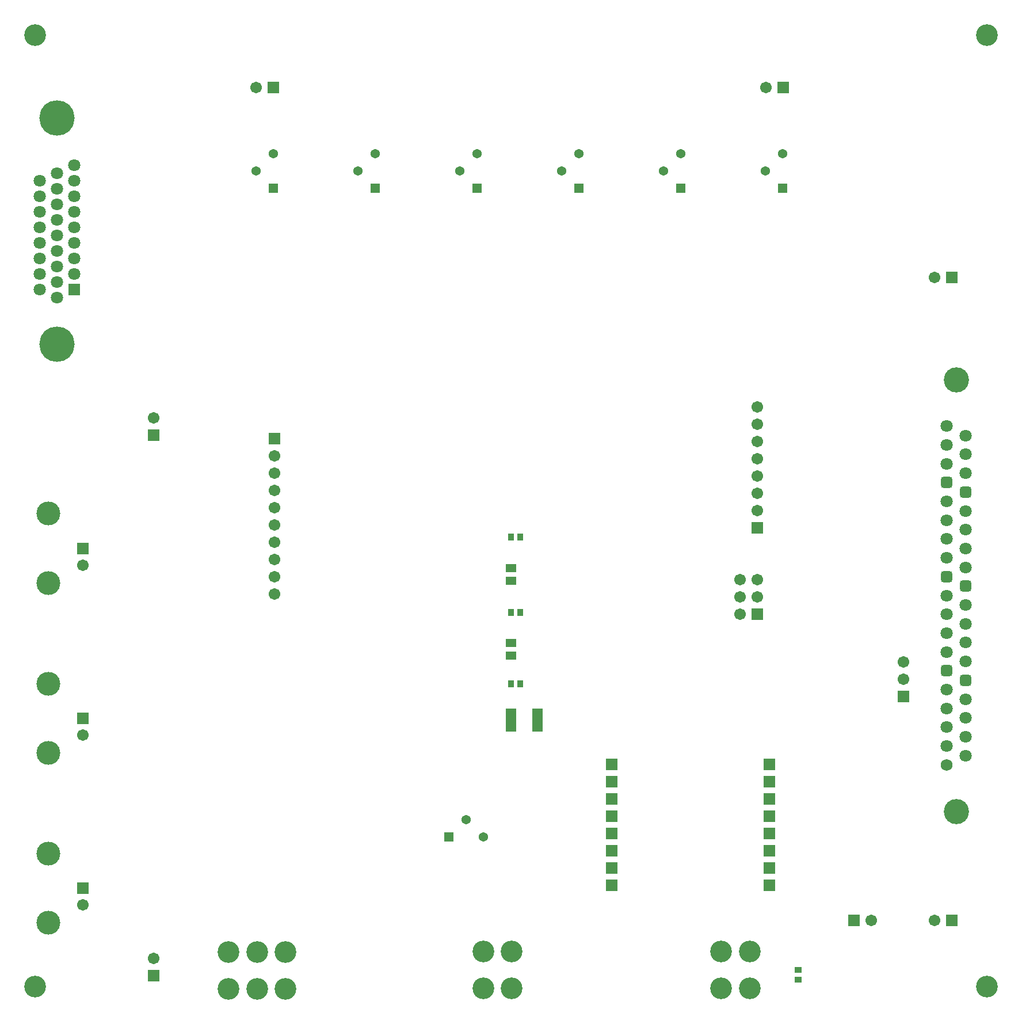
<source format=gbs>
G04*
G04 #@! TF.GenerationSoftware,Altium Limited,Altium Designer,18.0.9 (584)*
G04*
G04 Layer_Color=16711935*
%FSLAX44Y44*%
%MOMM*%
G71*
G01*
G75*
%ADD17R,1.7032X1.7032*%
%ADD18C,1.7032*%
%ADD19R,1.7032X1.7032*%
%ADD20C,1.3712*%
%ADD21R,1.3712X1.3712*%
%ADD22R,1.3712X1.3712*%
%ADD23C,5.2032*%
%ADD24C,1.8032*%
%ADD25R,1.8032X1.8032*%
%ADD26C,3.2032*%
%ADD27C,3.5032*%
G04:AMPARAMS|DCode=28|XSize=1.7272mm|YSize=1.7272mm|CornerRadius=0.4826mm|HoleSize=0mm|Usage=FLASHONLY|Rotation=90.000|XOffset=0mm|YOffset=0mm|HoleType=Round|Shape=RoundedRectangle|*
%AMROUNDEDRECTD28*
21,1,1.7272,0.7620,0,0,90.0*
21,1,0.7620,1.7272,0,0,90.0*
1,1,0.9652,0.3810,0.3810*
1,1,0.9652,0.3810,-0.3810*
1,1,0.9652,-0.3810,-0.3810*
1,1,0.9652,-0.3810,0.3810*
%
%ADD28ROUNDEDRECTD28*%
%ADD29C,1.7272*%
%ADD30C,3.7032*%
%ADD50R,1.0832X0.9232*%
%ADD51R,1.5032X3.4532*%
%ADD52R,1.6032X1.2532*%
%ADD53R,0.9232X1.0832*%
D17*
X1150736Y1373098D02*
D03*
X400736D02*
D03*
X1398236Y1093091D02*
D03*
Y147504D02*
D03*
X1254999D02*
D03*
X1130001Y352096D02*
D03*
Y377496D02*
D03*
X897845Y301042D02*
D03*
Y275642D02*
D03*
Y326442D02*
D03*
Y351842D02*
D03*
Y377242D02*
D03*
X1130001Y326442D02*
D03*
Y301042D02*
D03*
Y275642D02*
D03*
X897845Y199442D02*
D03*
Y224842D02*
D03*
Y250242D02*
D03*
X1130001D02*
D03*
Y224842D02*
D03*
Y199442D02*
D03*
X120000Y195250D02*
D03*
X120000Y445000D02*
D03*
Y695000D02*
D03*
D18*
X1125336Y1373098D02*
D03*
X375336D02*
D03*
X224093Y887164D02*
D03*
X1372836Y1093091D02*
D03*
X224093Y92164D02*
D03*
X1372836Y147504D02*
D03*
X1087138Y648587D02*
D03*
Y623187D02*
D03*
Y597787D02*
D03*
X1112538Y648587D02*
D03*
Y623187D02*
D03*
X1112548Y903118D02*
D03*
Y877718D02*
D03*
Y852318D02*
D03*
Y826917D02*
D03*
Y801517D02*
D03*
Y776117D02*
D03*
Y750717D02*
D03*
X401818Y805777D02*
D03*
Y627977D02*
D03*
Y653377D02*
D03*
Y678777D02*
D03*
Y704177D02*
D03*
Y729577D02*
D03*
Y754977D02*
D03*
Y780377D02*
D03*
Y831177D02*
D03*
X1280399Y147504D02*
D03*
X120000Y170250D02*
D03*
X120000Y420000D02*
D03*
X1327587Y502164D02*
D03*
Y527564D02*
D03*
X120000Y670000D02*
D03*
D19*
X224093Y861764D02*
D03*
Y66764D02*
D03*
X1112538Y597787D02*
D03*
X1112548Y725318D02*
D03*
X401818Y856577D02*
D03*
X1327587Y476764D02*
D03*
D20*
X1124600Y1250400D02*
D03*
X1150000Y1275800D02*
D03*
X974600Y1250400D02*
D03*
X1000000Y1275800D02*
D03*
X683600Y295400D02*
D03*
X709000Y270000D02*
D03*
X850000Y1275800D02*
D03*
X824600Y1250400D02*
D03*
X700000Y1275800D02*
D03*
X674600Y1250400D02*
D03*
X550000Y1275800D02*
D03*
X524600Y1250400D02*
D03*
X400000Y1275800D02*
D03*
X374600Y1250400D02*
D03*
D21*
X1150000Y1225000D02*
D03*
X1000000D02*
D03*
X850000D02*
D03*
X700000D02*
D03*
X550000D02*
D03*
X400000D02*
D03*
D22*
X658200Y270000D02*
D03*
D23*
X81669Y1328204D02*
D03*
Y994956D02*
D03*
D24*
X107069Y1166660D02*
D03*
Y1189520D02*
D03*
Y1212380D02*
D03*
Y1235240D02*
D03*
Y1143800D02*
D03*
Y1120940D02*
D03*
Y1098080D02*
D03*
Y1258100D02*
D03*
X81669Y1063790D02*
D03*
X81669Y1086650D02*
D03*
X81669Y1109510D02*
D03*
Y1132370D02*
D03*
Y1155230D02*
D03*
Y1246670D02*
D03*
Y1223810D02*
D03*
Y1200950D02*
D03*
Y1178090D02*
D03*
X56269Y1075220D02*
D03*
Y1098080D02*
D03*
Y1120940D02*
D03*
Y1143800D02*
D03*
Y1235240D02*
D03*
Y1212380D02*
D03*
Y1189520D02*
D03*
Y1166660D02*
D03*
X1390776Y874674D02*
D03*
X1419224Y860704D02*
D03*
Y833018D02*
D03*
Y805332D02*
D03*
X1390776Y819302D02*
D03*
Y736244D02*
D03*
X1419224Y749960D02*
D03*
Y722274D02*
D03*
X1390776Y708558D02*
D03*
Y763930D02*
D03*
Y680872D02*
D03*
X1419224Y666902D02*
D03*
X1390776Y597814D02*
D03*
X1419224Y583844D02*
D03*
Y611530D02*
D03*
X1390776Y570128D02*
D03*
X1419224Y556158D02*
D03*
Y528472D02*
D03*
X1390776Y487070D02*
D03*
Y431698D02*
D03*
Y459384D02*
D03*
X1419224Y445414D02*
D03*
Y417728D02*
D03*
X1390776Y404012D02*
D03*
Y846988D02*
D03*
Y542442D02*
D03*
X1419224Y694588D02*
D03*
X1390776Y625500D02*
D03*
X1419224Y390042D02*
D03*
Y473100D02*
D03*
D25*
X107069Y1075220D02*
D03*
D26*
X418400Y47126D02*
D03*
X334050Y101351D02*
D03*
Y47126D02*
D03*
X418400Y101351D02*
D03*
X376225Y47126D02*
D03*
Y101351D02*
D03*
X1101000Y47770D02*
D03*
X1059000D02*
D03*
X1101000Y102000D02*
D03*
X1059000D02*
D03*
X751000Y47770D02*
D03*
X709000D02*
D03*
X751000Y102000D02*
D03*
X709000D02*
D03*
X50000Y1450000D02*
D03*
X1450000D02*
D03*
Y50000D02*
D03*
X50000D02*
D03*
D27*
X69000Y144250D02*
D03*
Y246250D02*
D03*
X69000Y394000D02*
D03*
Y496000D02*
D03*
Y746000D02*
D03*
Y644000D02*
D03*
D28*
X1390776Y791616D02*
D03*
Y653186D02*
D03*
X1419224Y639216D02*
D03*
Y500786D02*
D03*
X1390776Y514756D02*
D03*
X1419224Y777646D02*
D03*
D29*
X1390776Y376326D02*
D03*
D30*
X1405000Y943000D02*
D03*
Y308000D02*
D03*
D50*
X1172230Y74400D02*
D03*
Y60600D02*
D03*
D51*
X750100Y442170D02*
D03*
X789100D02*
D03*
D52*
X750020Y537000D02*
D03*
Y555500D02*
D03*
Y647000D02*
D03*
Y665500D02*
D03*
D53*
X763900Y495730D02*
D03*
X750100D02*
D03*
X763650Y600980D02*
D03*
X749850D02*
D03*
X763650Y711730D02*
D03*
X749850D02*
D03*
M02*

</source>
